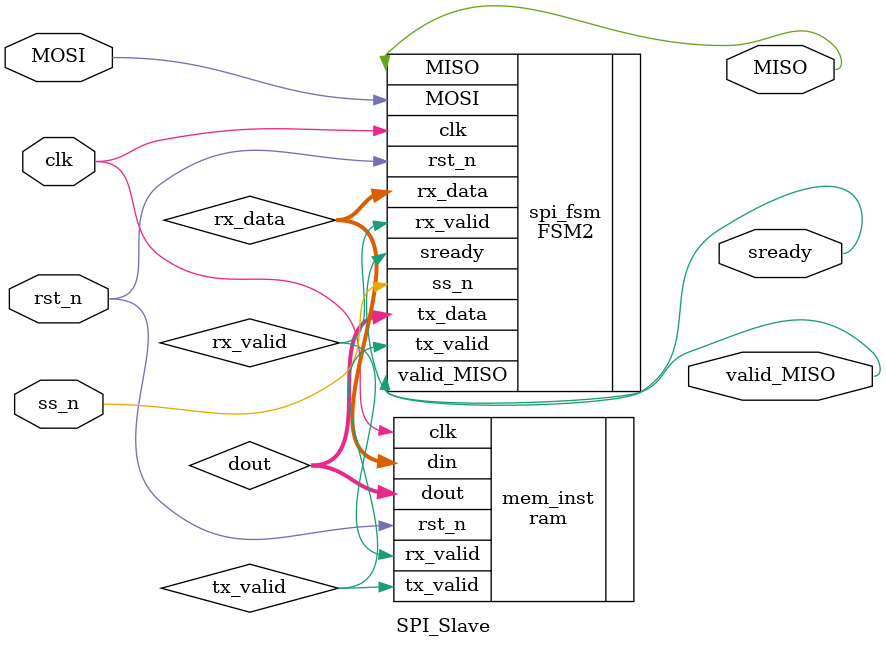
<source format=sv>
module SPI_Slave (
    input logic clk,
    input logic rst_n, 

    input logic ss_n,     // Active-low chip select 
    input logic MOSI,     // Data input from master
    output logic MISO,    // Data output to master
    output logic valid_MISO,
    output logic sready   // Indicates slave is ready
);

    // Internal signals
    logic [9:0] rx_data;  // Data received from FSM
    logic [7:0] dout;     // Data output from RAM
    logic tx_valid;       // Data valid for transmission
    logic rx_valid;       // Data valid from FSM to RAM

    // FSM Instance
    FSM2 spi_fsm (
        .clk(clk),
        .rst_n(rst_n),
        .ss_n(ss_n),
        .MOSI(MOSI),
        .tx_valid(tx_valid),      // Comes from RAM
        .tx_data(dout),           // Data from RAM
        .rx_valid(rx_valid),      // To RAM
        .rx_data(rx_data),        // To RAM
        .sready(sready),
        .valid_MISO(valid_MISO),
        .MISO(MISO)
    );

    // RAM Instance
    ram mem_inst (
        .clk(clk),
        .rst_n(rst_n),
        .rx_valid(rx_valid),      // Write or read request from FSM
        .din(rx_data),            // Data + opcode from FSM
        .dout(dout),              // Read data to FSM
        .tx_valid(tx_valid)       // Data ready signal to FSM
    );

endmodule


</source>
